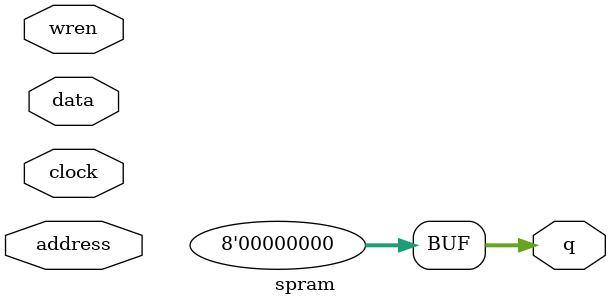
<source format=v>
module spram(	// file.cleaned.mlir:2:3
  input  [7:0] address,	// file.cleaned.mlir:2:23
  input        clock,	// file.cleaned.mlir:2:41
  input  [7:0] data,	// file.cleaned.mlir:2:57
  input        wren,	// file.cleaned.mlir:2:72
  output [7:0] q	// file.cleaned.mlir:2:88
);

  assign q = 8'h0;	// file.cleaned.mlir:3:14, :4:5
endmodule


</source>
